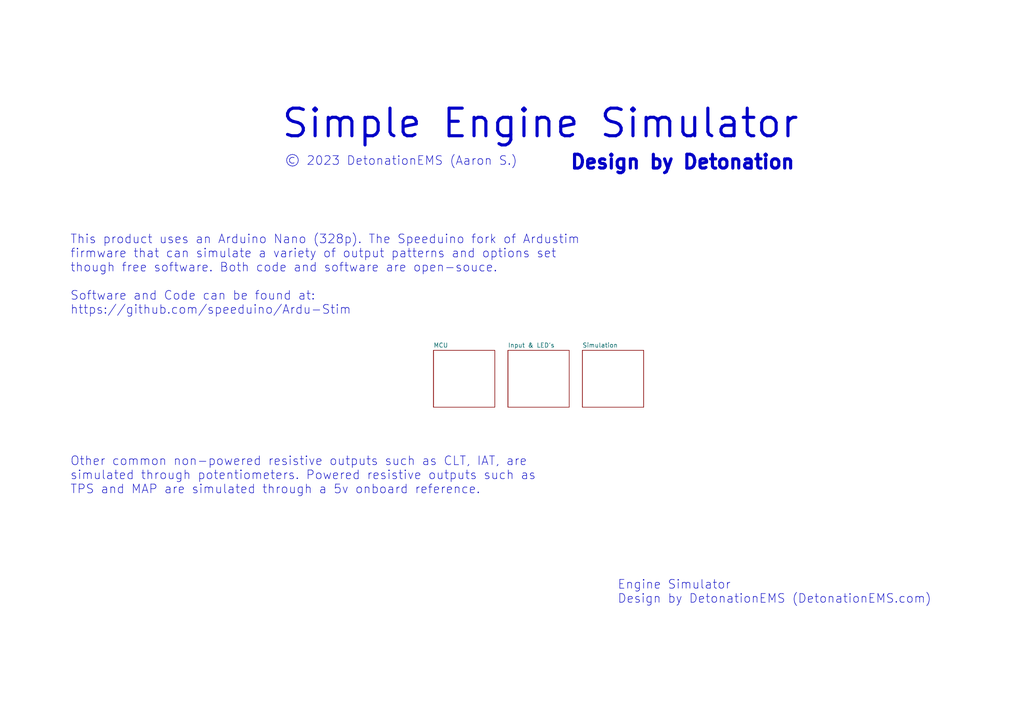
<source format=kicad_sch>
(kicad_sch (version 20230121) (generator eeschema)
  (paper "A4")
  (title_block (title "Engine Simulator") (date "2023-06-15") (rev "Production B") (company "DetonationEMS"))
  (lib_symbols)
  (text "This product uses an Arduino Nano (328p). The Speeduino fork of Ardustim\nfirmware that can simulate a variety of output patterns and options set \nthough free software. Both code and software are open-souce.\n\nSoftware and Code can be found at:\nhttps://github.com/speeduino/Ardu-Stim" (at 20.32 91.44 0) (effects (font (size 2.54 2.54)) (justify left bottom)))
  (text "Engine Simulator\nDesign by DetonationEMS (DetonationEMS.com)" (at 179.07 175.26 0) (effects (font (size 2.54 2.54)) (justify left bottom)))
  (text "Design by Detonation" (at 165.1 49.53 0) (effects (font (size 4 4) (thickness 0.9) bold) (justify left bottom)))
  (text "Other common non-powered resistive outputs such as CLT, IAT, are\nsimulated through potentiometers. Powered resistive outputs such as\nTPS and MAP are simulated through a 5v onboard reference." (at 20.32 143.51 0) (effects (font (size 2.54 2.54)) (justify left bottom)))
  (text "© 2023 DetonationEMS (Aaron S.)" (at 82.55 48.26 0) (effects (font (size 2.54 2.54)) (justify left bottom)))
  (text "Simple Engine Simulator" (at 81.28 40.64 0) (effects (font (size 8 8) (thickness 0.9) bold) (justify left bottom)))
  (sheet (at 147.32 101.6) (size 17.78 16.51) (stroke (width 0.1524))
    (property "Sheetname" "Input & LED's" (at 147.32 100.8884 0) (effects (justify left bottom)))
    (property "Sheetfile" "input.kicad_sch" (effects hide))
  )
  (sheet (at 125.73 101.6) (size 17.78 16.51) (stroke (width 0.1524))
    (property "Sheetname" "MCU" (at 125.73 100.8884 0) (effects (justify left bottom)))
    (property "Sheetfile" "mcu.kicad_sch" (effects hide))
  )
  (sheet (at 168.91 101.6) (size 17.78 16.51) (stroke (width 0.1524))
    (property "Sheetname" "Simulation" (at 168.91 100.8884 0) (effects (justify left bottom)))
    (property "Sheetfile" "simulation.kicad_sch" (effects hide))
  )
)
</source>
